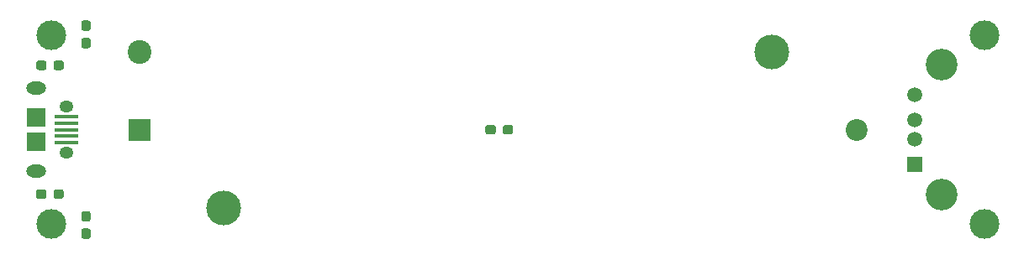
<source format=gbr>
%TF.GenerationSoftware,KiCad,Pcbnew,(5.1.6)-1*%
%TF.CreationDate,2020-08-13T11:00:50+03:00*%
%TF.ProjectId,Rechargeable 5V power bank REV 0.53,52656368-6172-4676-9561-626c65203556,rev?*%
%TF.SameCoordinates,Original*%
%TF.FileFunction,Soldermask,Top*%
%TF.FilePolarity,Negative*%
%FSLAX46Y46*%
G04 Gerber Fmt 4.6, Leading zero omitted, Abs format (unit mm)*
G04 Created by KiCad (PCBNEW (5.1.6)-1) date 2020-08-13 11:00:50*
%MOMM*%
%LPD*%
G01*
G04 APERTURE LIST*
%ADD10C,2.200000*%
%ADD11R,2.200000X2.200000*%
%ADD12C,3.500000*%
%ADD13C,2.400000*%
%ADD14C,3.000000*%
%ADD15C,3.200000*%
%ADD16C,1.500000*%
%ADD17R,1.500000X1.500000*%
%ADD18R,1.900000X1.900000*%
%ADD19O,2.000000X1.300000*%
%ADD20O,1.400000X1.200000*%
%ADD21R,2.350000X0.400000*%
G04 APERTURE END LIST*
D10*
%TO.C,BAT1*%
X154110000Y-72500000D03*
D11*
X81890000Y-72500000D03*
D12*
X90400000Y-80370000D03*
X145600000Y-64630000D03*
D13*
X81890000Y-64630000D03*
%TD*%
D14*
%TO.C,MH4*%
X167000000Y-82000000D03*
%TD*%
%TO.C,MH3*%
X167000000Y-63000000D03*
%TD*%
%TO.C,MH2*%
X73000000Y-82000000D03*
%TD*%
%TO.C,MH1*%
X73000000Y-63000000D03*
%TD*%
%TO.C,R2*%
G36*
G01*
X76262500Y-63225000D02*
X76737500Y-63225000D01*
G75*
G02*
X76975000Y-63462500I0J-237500D01*
G01*
X76975000Y-64037500D01*
G75*
G02*
X76737500Y-64275000I-237500J0D01*
G01*
X76262500Y-64275000D01*
G75*
G02*
X76025000Y-64037500I0J237500D01*
G01*
X76025000Y-63462500D01*
G75*
G02*
X76262500Y-63225000I237500J0D01*
G01*
G37*
G36*
G01*
X76262500Y-61475000D02*
X76737500Y-61475000D01*
G75*
G02*
X76975000Y-61712500I0J-237500D01*
G01*
X76975000Y-62287500D01*
G75*
G02*
X76737500Y-62525000I-237500J0D01*
G01*
X76262500Y-62525000D01*
G75*
G02*
X76025000Y-62287500I0J237500D01*
G01*
X76025000Y-61712500D01*
G75*
G02*
X76262500Y-61475000I237500J0D01*
G01*
G37*
%TD*%
%TO.C,R1*%
G36*
G01*
X76737500Y-81775000D02*
X76262500Y-81775000D01*
G75*
G02*
X76025000Y-81537500I0J237500D01*
G01*
X76025000Y-80962500D01*
G75*
G02*
X76262500Y-80725000I237500J0D01*
G01*
X76737500Y-80725000D01*
G75*
G02*
X76975000Y-80962500I0J-237500D01*
G01*
X76975000Y-81537500D01*
G75*
G02*
X76737500Y-81775000I-237500J0D01*
G01*
G37*
G36*
G01*
X76737500Y-83525000D02*
X76262500Y-83525000D01*
G75*
G02*
X76025000Y-83287500I0J237500D01*
G01*
X76025000Y-82712500D01*
G75*
G02*
X76262500Y-82475000I237500J0D01*
G01*
X76737500Y-82475000D01*
G75*
G02*
X76975000Y-82712500I0J-237500D01*
G01*
X76975000Y-83287500D01*
G75*
G02*
X76737500Y-83525000I-237500J0D01*
G01*
G37*
%TD*%
%TO.C,NTC1*%
G36*
G01*
X118475000Y-72737500D02*
X118475000Y-72262500D01*
G75*
G02*
X118712500Y-72025000I237500J0D01*
G01*
X119287500Y-72025000D01*
G75*
G02*
X119525000Y-72262500I0J-237500D01*
G01*
X119525000Y-72737500D01*
G75*
G02*
X119287500Y-72975000I-237500J0D01*
G01*
X118712500Y-72975000D01*
G75*
G02*
X118475000Y-72737500I0J237500D01*
G01*
G37*
G36*
G01*
X116725000Y-72737500D02*
X116725000Y-72262500D01*
G75*
G02*
X116962500Y-72025000I237500J0D01*
G01*
X117537500Y-72025000D01*
G75*
G02*
X117775000Y-72262500I0J-237500D01*
G01*
X117775000Y-72737500D01*
G75*
G02*
X117537500Y-72975000I-237500J0D01*
G01*
X116962500Y-72975000D01*
G75*
G02*
X116725000Y-72737500I0J237500D01*
G01*
G37*
%TD*%
D15*
%TO.C,J2*%
X162710000Y-65930000D03*
X162710000Y-79070000D03*
D16*
X160000000Y-69000000D03*
X160000000Y-71500000D03*
X160000000Y-73500000D03*
D17*
X160000000Y-76000000D03*
%TD*%
D18*
%TO.C,J1*%
X71500000Y-71300000D03*
X71500000Y-73700000D03*
D19*
X71500000Y-68300000D03*
X71500000Y-76700000D03*
D20*
X74500000Y-74850000D03*
X74500000Y-70150000D03*
D21*
X74500000Y-71200000D03*
X74500000Y-71850000D03*
X74500000Y-72500000D03*
X74500000Y-73150000D03*
X74500000Y-73800000D03*
%TD*%
%TO.C,DS2*%
G36*
G01*
X74275000Y-78762500D02*
X74275000Y-79237500D01*
G75*
G02*
X74037500Y-79475000I-237500J0D01*
G01*
X73462500Y-79475000D01*
G75*
G02*
X73225000Y-79237500I0J237500D01*
G01*
X73225000Y-78762500D01*
G75*
G02*
X73462500Y-78525000I237500J0D01*
G01*
X74037500Y-78525000D01*
G75*
G02*
X74275000Y-78762500I0J-237500D01*
G01*
G37*
G36*
G01*
X72525000Y-78762500D02*
X72525000Y-79237500D01*
G75*
G02*
X72287500Y-79475000I-237500J0D01*
G01*
X71712500Y-79475000D01*
G75*
G02*
X71475000Y-79237500I0J237500D01*
G01*
X71475000Y-78762500D01*
G75*
G02*
X71712500Y-78525000I237500J0D01*
G01*
X72287500Y-78525000D01*
G75*
G02*
X72525000Y-78762500I0J-237500D01*
G01*
G37*
%TD*%
%TO.C,DS1*%
G36*
G01*
X74275000Y-65762500D02*
X74275000Y-66237500D01*
G75*
G02*
X74037500Y-66475000I-237500J0D01*
G01*
X73462500Y-66475000D01*
G75*
G02*
X73225000Y-66237500I0J237500D01*
G01*
X73225000Y-65762500D01*
G75*
G02*
X73462500Y-65525000I237500J0D01*
G01*
X74037500Y-65525000D01*
G75*
G02*
X74275000Y-65762500I0J-237500D01*
G01*
G37*
G36*
G01*
X72525000Y-65762500D02*
X72525000Y-66237500D01*
G75*
G02*
X72287500Y-66475000I-237500J0D01*
G01*
X71712500Y-66475000D01*
G75*
G02*
X71475000Y-66237500I0J237500D01*
G01*
X71475000Y-65762500D01*
G75*
G02*
X71712500Y-65525000I237500J0D01*
G01*
X72287500Y-65525000D01*
G75*
G02*
X72525000Y-65762500I0J-237500D01*
G01*
G37*
%TD*%
M02*

</source>
